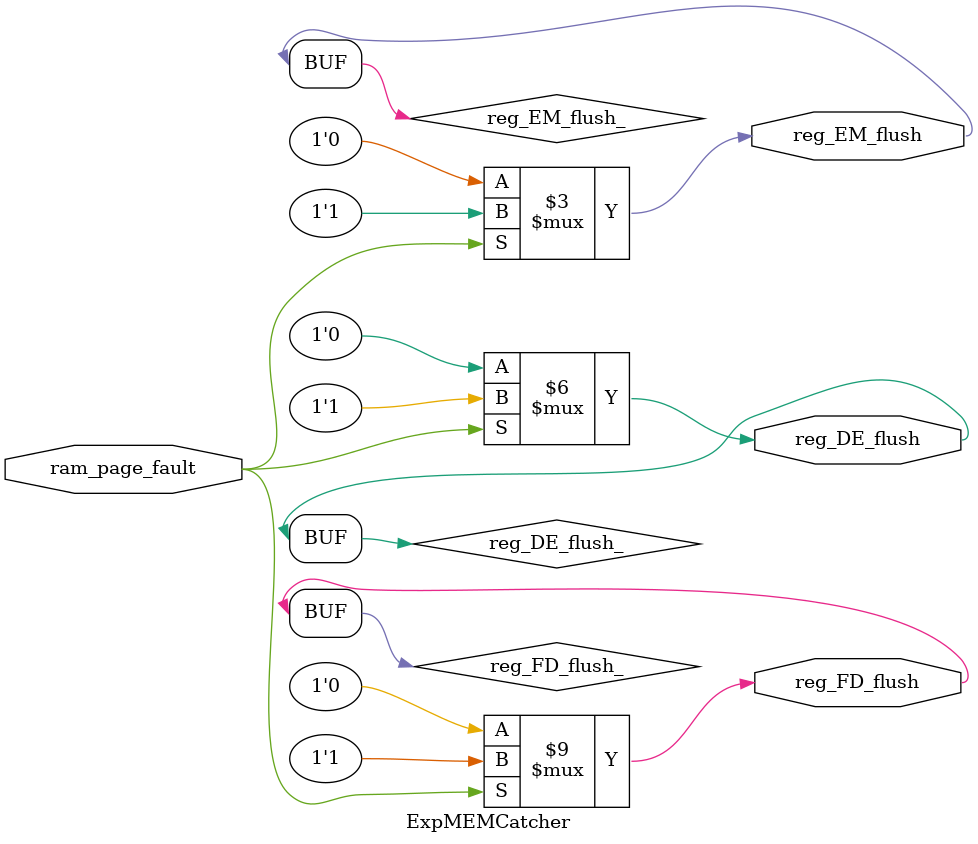
<source format=v>
`timescale 1ns / 1ps

module ExpMEMCatcher(
                                            // [MEM]
        input  ram_page_fault,
        output reg_EM_flush, reg_DE_flush, reg_FD_flush
);

// reg RegWrite_cancel_, reg_MW_flush_;
reg reg_EM_flush_, reg_DE_flush_, reg_FD_flush_;

// 捕捉到访存异常的时刻flush FD DE EM，异常处理需要等到该指令流入WB段
always @ (*)
begin
    if (ram_page_fault)
    begin
        reg_FD_flush_ <= 1;
        reg_DE_flush_ <= 1;
        reg_EM_flush_ <= 1;
        // reg_MW_flush_ <= 1;
        // RegWrite_cancel_ <= 1;
    end
    else
    begin
        reg_FD_flush_ <= 0;
        reg_DE_flush_ <= 0;
        reg_EM_flush_ <= 0;
        // reg_MW_flush_ <= 0;
        // RegWrite_cancel_ <= 0;
    end
end

assign reg_FD_flush = reg_FD_flush_;
assign reg_DE_flush = reg_DE_flush_;
assign reg_EM_flush = reg_EM_flush_;

endmodule
</source>
